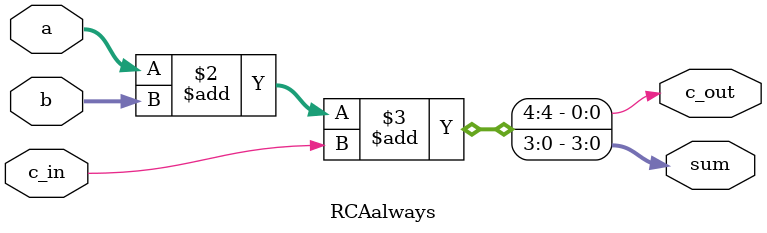
<source format=v>
`timescale 1ns / 1ps


module RCAalways (input [3:0] a,  
                  input [3:0] b,  
                  input c_in,  
                  output reg c_out,  
                  output reg [3:0] sum);  
  
    always @ (a or b or c_in) begin  
    {c_out, sum} = a + b + c_in;  
  end  
endmodule

</source>
